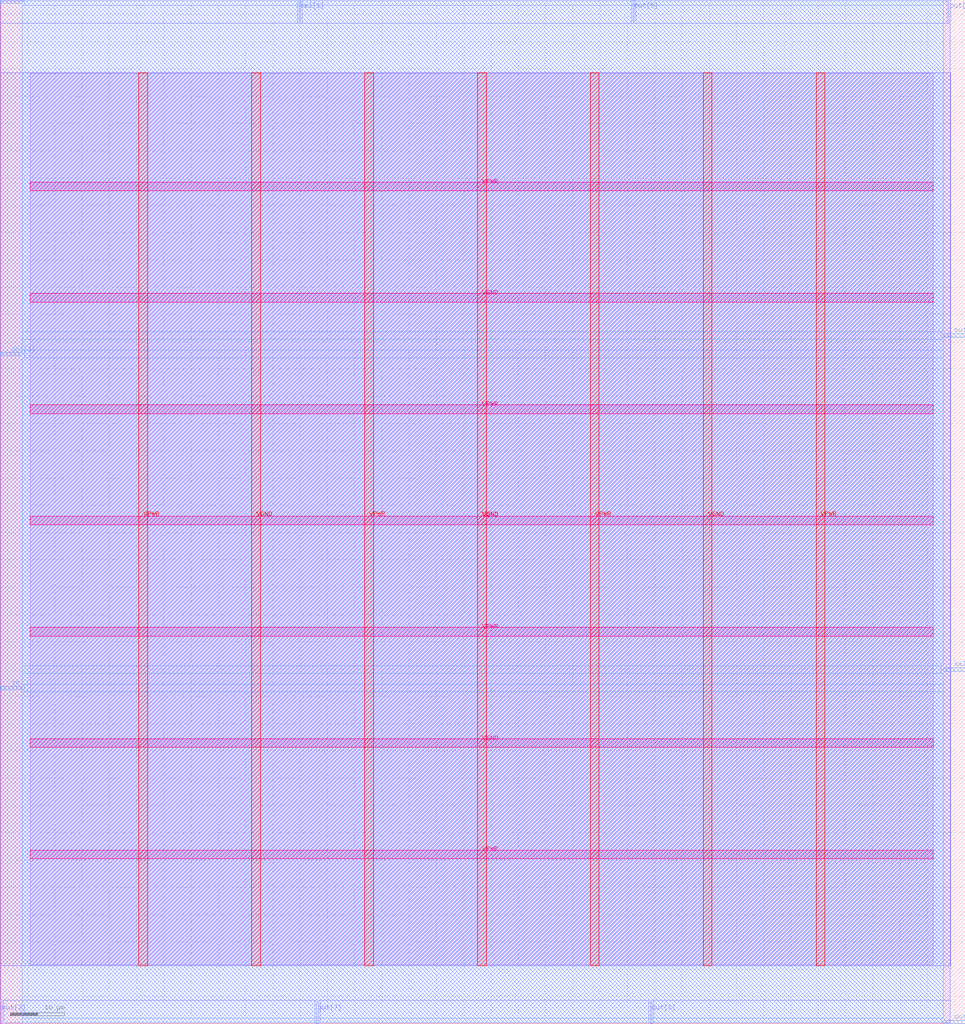
<source format=lef>
VERSION 5.7 ;
  NOWIREEXTENSIONATPIN ON ;
  DIVIDERCHAR "/" ;
  BUSBITCHARS "[]" ;
MACRO demultiplexer
  CLASS BLOCK ;
  FOREIGN demultiplexer ;
  ORIGIN 0.000 0.000 ;
  SIZE 176.950 BY 187.670 ;
  PIN VGND
    DIRECTION INPUT ;
    USE GROUND ;
    PORT
      LAYER met5 ;
        RECT 5.520 50.640 171.120 52.240 ;
    END
    PORT
      LAYER met5 ;
        RECT 5.520 91.440 171.120 93.040 ;
    END
    PORT
      LAYER met5 ;
        RECT 5.520 132.240 171.120 133.840 ;
    END
    PORT
      LAYER met4 ;
        RECT 46.120 10.640 47.720 174.320 ;
    END
    PORT
      LAYER met4 ;
        RECT 87.520 10.640 89.120 174.320 ;
    END
    PORT
      LAYER met4 ;
        RECT 128.920 10.640 130.520 174.320 ;
    END
  END VGND
  PIN VPWR
    DIRECTION INPUT ;
    USE POWER ;
    PORT
      LAYER met5 ;
        RECT 5.520 30.240 171.120 31.840 ;
    END
    PORT
      LAYER met5 ;
        RECT 5.520 71.040 171.120 72.640 ;
    END
    PORT
      LAYER met5 ;
        RECT 5.520 111.840 171.120 113.440 ;
    END
    PORT
      LAYER met5 ;
        RECT 5.520 152.640 171.120 154.240 ;
    END
    PORT
      LAYER met4 ;
        RECT 25.420 10.640 27.020 174.320 ;
    END
    PORT
      LAYER met4 ;
        RECT 66.820 10.640 68.420 174.320 ;
    END
    PORT
      LAYER met4 ;
        RECT 108.220 10.640 109.820 174.320 ;
    END
    PORT
      LAYER met4 ;
        RECT 149.620 10.640 151.220 174.320 ;
    END
  END VPWR
  PIN in
    DIRECTION INPUT ;
    USE SIGNAL ;
    PORT
      LAYER met3 ;
        RECT 0.000 61.240 4.000 61.840 ;
    END
  END in
  PIN out[0]
    DIRECTION OUTPUT TRISTATE ;
    USE SIGNAL ;
    PORT
      LAYER met2 ;
        RECT 173.970 183.670 174.250 187.670 ;
    END
  END out[0]
  PIN out[1]
    DIRECTION OUTPUT TRISTATE ;
    USE SIGNAL ;
    PORT
      LAYER met3 ;
        RECT 0.000 122.440 4.000 123.040 ;
    END
  END out[1]
  PIN out[2]
    DIRECTION OUTPUT TRISTATE ;
    USE SIGNAL ;
    PORT
      LAYER met2 ;
        RECT 0.090 0.000 0.370 4.000 ;
    END
  END out[2]
  PIN out[3]
    DIRECTION OUTPUT TRISTATE ;
    USE SIGNAL ;
    PORT
      LAYER met2 ;
        RECT 119.230 0.000 119.510 4.000 ;
    END
  END out[3]
  PIN out[4]
    DIRECTION OUTPUT TRISTATE ;
    USE SIGNAL ;
    PORT
      LAYER met3 ;
        RECT 172.950 0.040 176.950 0.640 ;
    END
  END out[4]
  PIN out[5]
    DIRECTION OUTPUT TRISTATE ;
    USE SIGNAL ;
    PORT
      LAYER met2 ;
        RECT 116.010 183.670 116.290 187.670 ;
    END
  END out[5]
  PIN out[6]
    DIRECTION OUTPUT TRISTATE ;
    USE SIGNAL ;
    PORT
      LAYER met3 ;
        RECT 172.950 125.840 176.950 126.440 ;
    END
  END out[6]
  PIN out[7]
    DIRECTION OUTPUT TRISTATE ;
    USE SIGNAL ;
    PORT
      LAYER met2 ;
        RECT 58.050 0.000 58.330 4.000 ;
    END
  END out[7]
  PIN sel[0]
    DIRECTION INPUT ;
    USE SIGNAL ;
    PORT
      LAYER met3 ;
        RECT 0.000 187.040 4.000 187.640 ;
    END
  END sel[0]
  PIN sel[1]
    DIRECTION INPUT ;
    USE SIGNAL ;
    PORT
      LAYER met2 ;
        RECT 54.830 183.670 55.110 187.670 ;
    END
  END sel[1]
  PIN sel[2]
    DIRECTION INPUT ;
    USE SIGNAL ;
    PORT
      LAYER met3 ;
        RECT 172.950 64.640 176.950 65.240 ;
    END
  END sel[2]
  OBS
      LAYER li1 ;
        RECT 5.520 10.795 171.120 174.165 ;
      LAYER met1 ;
        RECT 0.070 10.640 174.270 174.320 ;
      LAYER met2 ;
        RECT 0.100 183.390 54.550 187.525 ;
        RECT 55.390 183.390 115.730 187.525 ;
        RECT 116.570 183.390 173.690 187.525 ;
        RECT 0.100 4.280 174.240 183.390 ;
        RECT 0.650 0.155 57.770 4.280 ;
        RECT 58.610 0.155 118.950 4.280 ;
        RECT 119.790 0.155 174.240 4.280 ;
      LAYER met3 ;
        RECT 4.400 186.640 172.950 187.505 ;
        RECT 4.000 126.840 172.950 186.640 ;
        RECT 4.000 125.440 172.550 126.840 ;
        RECT 4.000 123.440 172.950 125.440 ;
        RECT 4.400 122.040 172.950 123.440 ;
        RECT 4.000 65.640 172.950 122.040 ;
        RECT 4.000 64.240 172.550 65.640 ;
        RECT 4.000 62.240 172.950 64.240 ;
        RECT 4.400 60.840 172.950 62.240 ;
        RECT 4.000 1.040 172.950 60.840 ;
        RECT 4.000 0.175 172.550 1.040 ;
  END
END demultiplexer
END LIBRARY


</source>
